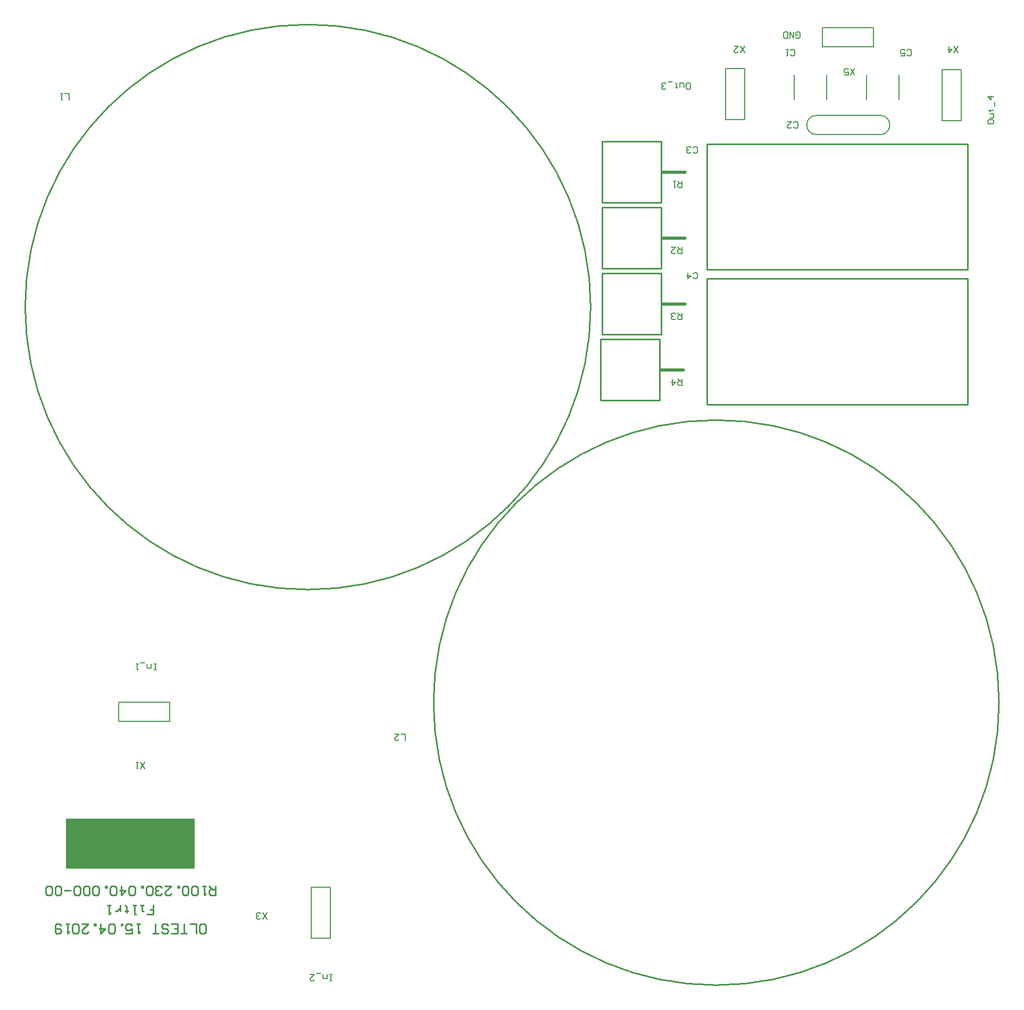
<source format=gto>
G04 Layer_Color=65535*
%FSLAX24Y24*%
%MOIN*%
G70*
G01*
G75*
%ADD19C,0.0050*%
%ADD20C,0.0100*%
%ADD21C,0.0079*%
%ADD22C,0.0197*%
%ADD23C,0.0080*%
%ADD24C,0.0098*%
%ADD25C,0.0059*%
%ADD26R,0.8071X0.3150*%
D19*
X53969Y53928D02*
G03*
X53969Y55128I0J600D01*
G01*
X49969D02*
G03*
X49969Y53928I0J-600D01*
G01*
X53969D01*
X49969Y55128D02*
X53969D01*
D20*
X61417Y18307D02*
G03*
X61417Y18307I-17717J0D01*
G01*
X35827Y43110D02*
G03*
X35827Y43110I-17717J0D01*
G01*
X36457Y37264D02*
X40157D01*
Y41083D01*
X36457D02*
X40157D01*
X36457Y37264D02*
Y41083D01*
X36535Y41398D02*
X40236D01*
Y45217D01*
X36535D02*
X40236D01*
X36535Y41398D02*
Y45217D01*
Y45532D02*
X40236D01*
Y49350D01*
X36535D02*
X40236D01*
X36535Y45532D02*
Y49350D01*
Y49665D02*
X40236D01*
Y53484D01*
X36535D02*
X40236D01*
X36535Y49665D02*
Y53484D01*
X59449Y45472D02*
Y53346D01*
X43110Y45472D02*
X59449D01*
X43110D02*
Y49212D01*
Y53346D01*
X59449D01*
X43110Y37008D02*
Y44882D01*
X59449D01*
Y41142D02*
Y44882D01*
Y37008D02*
Y41142D01*
X43110Y37008D02*
X59449D01*
D21*
X48583Y56122D02*
Y57657D01*
X50630Y56122D02*
Y57657D01*
X55157Y56122D02*
Y57657D01*
X53110Y56122D02*
Y57657D01*
D22*
X40226Y39173D02*
X41654D01*
X40305Y43307D02*
X41732D01*
X40305Y47441D02*
X41732D01*
X40305Y51575D02*
X41732D01*
D23*
X6258Y17117D02*
X9458D01*
Y18317D01*
X6258D02*
X9458D01*
X6258Y17117D02*
Y18317D01*
X45482Y54880D02*
Y58080D01*
X44282D02*
X45482D01*
X44282Y54880D02*
Y58080D01*
Y54880D02*
X45482D01*
X18298Y3534D02*
Y6734D01*
Y3534D02*
X19498D01*
Y6734D01*
X18298D02*
X19498D01*
X57834Y54802D02*
Y58002D01*
Y54802D02*
X59034D01*
Y58002D01*
X57834D02*
X59034D01*
X50353Y59439D02*
X53553D01*
Y60639D01*
X50353D02*
X53553D01*
X50353Y59439D02*
Y60639D01*
D24*
X8021Y5024D02*
X8415D01*
Y5319D01*
X8218D01*
X8415D01*
Y5614D01*
X7825D02*
X7628D01*
X7726D01*
Y5221D01*
X7825D01*
X7333Y5614D02*
X7136D01*
X7234D01*
Y5024D01*
X7333D01*
X6742Y5122D02*
Y5221D01*
X6841D01*
X6644D01*
X6742D01*
Y5516D01*
X6644Y5614D01*
X6349Y5221D02*
Y5614D01*
Y5418D01*
X6250Y5319D01*
X6152Y5221D01*
X6053D01*
X5758Y5614D02*
X5561D01*
X5660D01*
Y5024D01*
X5758Y5122D01*
X12301Y6811D02*
Y6221D01*
X12006D01*
X11908Y6319D01*
Y6516D01*
X12006Y6614D01*
X12301D01*
X12105D02*
X11908Y6811D01*
X11711D02*
X11514D01*
X11613D01*
Y6221D01*
X11711Y6319D01*
X11219D02*
X11121Y6221D01*
X10924D01*
X10826Y6319D01*
Y6713D01*
X10924Y6811D01*
X11121D01*
X11219Y6713D01*
Y6319D01*
X10629D02*
X10530Y6221D01*
X10334D01*
X10235Y6319D01*
Y6713D01*
X10334Y6811D01*
X10530D01*
X10629Y6713D01*
Y6319D01*
X10038Y6811D02*
Y6713D01*
X9940D01*
Y6811D01*
X10038D01*
X9153D02*
X9546D01*
X9153Y6417D01*
Y6319D01*
X9251Y6221D01*
X9448D01*
X9546Y6319D01*
X8956D02*
X8858Y6221D01*
X8661D01*
X8562Y6319D01*
Y6417D01*
X8661Y6516D01*
X8759D01*
X8661D01*
X8562Y6614D01*
Y6713D01*
X8661Y6811D01*
X8858D01*
X8956Y6713D01*
X8366Y6319D02*
X8267Y6221D01*
X8071D01*
X7972Y6319D01*
Y6713D01*
X8071Y6811D01*
X8267D01*
X8366Y6713D01*
Y6319D01*
X7775Y6811D02*
Y6713D01*
X7677D01*
Y6811D01*
X7775D01*
X7283Y6319D02*
X7185Y6221D01*
X6988D01*
X6890Y6319D01*
Y6713D01*
X6988Y6811D01*
X7185D01*
X7283Y6713D01*
Y6319D01*
X6398Y6811D02*
Y6221D01*
X6693Y6516D01*
X6299D01*
X6103Y6319D02*
X6004Y6221D01*
X5807D01*
X5709Y6319D01*
Y6713D01*
X5807Y6811D01*
X6004D01*
X6103Y6713D01*
Y6319D01*
X5512Y6811D02*
Y6713D01*
X5414D01*
Y6811D01*
X5512D01*
X5020Y6319D02*
X4922Y6221D01*
X4725D01*
X4627Y6319D01*
Y6713D01*
X4725Y6811D01*
X4922D01*
X5020Y6713D01*
Y6319D01*
X4430D02*
X4332Y6221D01*
X4135D01*
X4036Y6319D01*
Y6713D01*
X4135Y6811D01*
X4332D01*
X4430Y6713D01*
Y6319D01*
X3840D02*
X3741Y6221D01*
X3544D01*
X3446Y6319D01*
Y6713D01*
X3544Y6811D01*
X3741D01*
X3840Y6713D01*
Y6319D01*
X3249Y6516D02*
X2856D01*
X2659Y6319D02*
X2560Y6221D01*
X2364D01*
X2265Y6319D01*
Y6713D01*
X2364Y6811D01*
X2560D01*
X2659Y6713D01*
Y6319D01*
X2069D02*
X1970Y6221D01*
X1773D01*
X1675Y6319D01*
Y6713D01*
X1773Y6811D01*
X1970D01*
X2069Y6713D01*
Y6319D01*
X11416Y3839D02*
X11613D01*
X11711Y3937D01*
Y4331D01*
X11613Y4429D01*
X11416D01*
X11317Y4331D01*
Y3937D01*
X11416Y3839D01*
X11121D02*
Y4429D01*
X10727D01*
X10530Y3839D02*
X10137D01*
X10334D01*
Y4429D01*
X9546Y3839D02*
X9940D01*
Y4429D01*
X9546D01*
X9940Y4134D02*
X9743D01*
X8956Y3937D02*
X9054Y3839D01*
X9251D01*
X9350Y3937D01*
Y4035D01*
X9251Y4134D01*
X9054D01*
X8956Y4232D01*
Y4331D01*
X9054Y4429D01*
X9251D01*
X9350Y4331D01*
X8759Y3839D02*
X8366D01*
X8562D01*
Y4429D01*
X7579D02*
X7382D01*
X7480D01*
Y3839D01*
X7579Y3937D01*
X6693Y3839D02*
X7087D01*
Y4134D01*
X6890Y4035D01*
X6791D01*
X6693Y4134D01*
Y4331D01*
X6791Y4429D01*
X6988D01*
X7087Y4331D01*
X6496Y4429D02*
Y4331D01*
X6398D01*
Y4429D01*
X6496D01*
X6004Y3937D02*
X5906Y3839D01*
X5709D01*
X5611Y3937D01*
Y4331D01*
X5709Y4429D01*
X5906D01*
X6004Y4331D01*
Y3937D01*
X5119Y4429D02*
Y3839D01*
X5414Y4134D01*
X5020D01*
X4824Y4429D02*
Y4331D01*
X4725D01*
Y4429D01*
X4824D01*
X3938D02*
X4332D01*
X3938Y4035D01*
Y3937D01*
X4036Y3839D01*
X4233D01*
X4332Y3937D01*
X3741D02*
X3643Y3839D01*
X3446D01*
X3348Y3937D01*
Y4331D01*
X3446Y4429D01*
X3643D01*
X3741Y4331D01*
Y3937D01*
X3151Y4429D02*
X2954D01*
X3052D01*
Y3839D01*
X3151Y3937D01*
X2659Y4331D02*
X2560Y4429D01*
X2364D01*
X2265Y4331D01*
Y3937D01*
X2364Y3839D01*
X2560D01*
X2659Y3937D01*
Y4035D01*
X2560Y4134D01*
X2265D01*
D25*
X19626Y860D02*
X19495D01*
X19560D01*
Y1253D01*
X19626D01*
X19495D01*
X19298D02*
Y991D01*
X19101D01*
X19036Y1057D01*
Y1253D01*
X18904Y1319D02*
X18642D01*
X18248Y1253D02*
X18511D01*
X18248Y991D01*
Y925D01*
X18314Y860D01*
X18445D01*
X18511Y925D01*
X8602Y20348D02*
X8471D01*
X8537D01*
Y20741D01*
X8602D01*
X8471D01*
X8274D02*
Y20479D01*
X8078D01*
X8012Y20545D01*
Y20741D01*
X7881Y20807D02*
X7618D01*
X7487Y20741D02*
X7356D01*
X7422D01*
Y20348D01*
X7487Y20414D01*
X41870Y56765D02*
X42001D01*
X42067Y56831D01*
Y57093D01*
X42001Y57159D01*
X41870D01*
X41805Y57093D01*
Y56831D01*
X41870Y56765D01*
X41673Y56896D02*
Y57093D01*
X41608Y57159D01*
X41411D01*
Y56896D01*
X41214Y56831D02*
Y56896D01*
X41280D01*
X41149D01*
X41214D01*
Y57093D01*
X41149Y57159D01*
X40952Y57224D02*
X40689D01*
X40558Y56831D02*
X40493Y56765D01*
X40361D01*
X40296Y56831D01*
Y56896D01*
X40361Y56962D01*
X40427D01*
X40361D01*
X40296Y57028D01*
Y57093D01*
X40361Y57159D01*
X40493D01*
X40558Y57093D01*
X60702Y54783D02*
Y54652D01*
X60768Y54587D01*
X61030D01*
X61096Y54652D01*
Y54783D01*
X61030Y54849D01*
X60768D01*
X60702Y54783D01*
X60833Y54980D02*
X61030D01*
X61096Y55046D01*
Y55243D01*
X60833D01*
X60768Y55439D02*
X60833D01*
Y55374D01*
Y55505D01*
Y55439D01*
X61030D01*
X61096Y55505D01*
X61161Y55702D02*
Y55964D01*
X61096Y56292D02*
X60702D01*
X60899Y56095D01*
Y56358D01*
X48694Y60046D02*
X48760Y59980D01*
X48891D01*
X48957Y60046D01*
Y60308D01*
X48891Y60374D01*
X48760D01*
X48694Y60308D01*
Y60177D01*
X48825D01*
X48563Y60374D02*
Y59980D01*
X48301Y60374D01*
Y59980D01*
X48170D02*
Y60374D01*
X47973D01*
X47907Y60308D01*
Y60046D01*
X47973Y59980D01*
X48170D01*
X3150Y56102D02*
Y56496D01*
X2887D01*
X2756D02*
X2625D01*
X2690D01*
Y56102D01*
X2756Y56168D01*
X52362Y57677D02*
X52100Y58071D01*
Y57677D02*
X52362Y58071D01*
X51706Y57677D02*
X51969D01*
Y57874D01*
X51837Y57808D01*
X51772D01*
X51706Y57874D01*
Y58005D01*
X51772Y58071D01*
X51903D01*
X51969Y58005D01*
X58858Y59055D02*
X58596Y59449D01*
Y59055D02*
X58858Y59449D01*
X58268D02*
Y59055D01*
X58465Y59252D01*
X58202D01*
X15551Y4725D02*
X15289Y5118D01*
Y4725D02*
X15551Y5118D01*
X15158Y4790D02*
X15092Y4725D01*
X14961D01*
X14895Y4790D01*
Y4856D01*
X14961Y4921D01*
X15026D01*
X14961D01*
X14895Y4987D01*
Y5053D01*
X14961Y5118D01*
X15092D01*
X15158Y5053D01*
X45472Y59055D02*
X45210Y59449D01*
Y59055D02*
X45472Y59449D01*
X44816D02*
X45079D01*
X44816Y59186D01*
Y59121D01*
X44882Y59055D01*
X45013D01*
X45079Y59121D01*
X41535Y50984D02*
Y50591D01*
X41339D01*
X41273Y50656D01*
Y50787D01*
X41339Y50853D01*
X41535D01*
X41404D02*
X41273Y50984D01*
X41142D02*
X41011D01*
X41076D01*
Y50591D01*
X41142Y50656D01*
X41535Y46850D02*
Y46457D01*
X41339D01*
X41273Y46522D01*
Y46654D01*
X41339Y46719D01*
X41535D01*
X41404D02*
X41273Y46850D01*
X40879D02*
X41142D01*
X40879Y46588D01*
Y46522D01*
X40945Y46457D01*
X41076D01*
X41142Y46522D01*
X55643Y58924D02*
X55709Y58858D01*
X55840D01*
X55906Y58924D01*
Y59186D01*
X55840Y59252D01*
X55709D01*
X55643Y59186D01*
X55250Y58858D02*
X55512D01*
Y59055D01*
X55381Y58990D01*
X55315D01*
X55250Y59055D01*
Y59186D01*
X55315Y59252D01*
X55446D01*
X55512Y59186D01*
X42257Y44948D02*
X42323Y44882D01*
X42454D01*
X42520Y44948D01*
Y45210D01*
X42454Y45276D01*
X42323D01*
X42257Y45210D01*
X41929Y45276D02*
Y44882D01*
X42126Y45079D01*
X41864D01*
X42257Y52822D02*
X42323Y52756D01*
X42454D01*
X42520Y52822D01*
Y53084D01*
X42454Y53150D01*
X42323D01*
X42257Y53084D01*
X42126Y52822D02*
X42061Y52756D01*
X41929D01*
X41864Y52822D01*
Y52887D01*
X41929Y52953D01*
X41995D01*
X41929D01*
X41864Y53018D01*
Y53084D01*
X41929Y53150D01*
X42061D01*
X42126Y53084D01*
X48557Y54396D02*
X48622Y54331D01*
X48753D01*
X48819Y54396D01*
Y54659D01*
X48753Y54724D01*
X48622D01*
X48557Y54659D01*
X48163Y54724D02*
X48425D01*
X48163Y54462D01*
Y54396D01*
X48229Y54331D01*
X48360D01*
X48425Y54396D01*
X48360Y58924D02*
X48425Y58858D01*
X48556D01*
X48622Y58924D01*
Y59186D01*
X48556Y59252D01*
X48425D01*
X48360Y59186D01*
X48228Y59252D02*
X48097D01*
X48163D01*
Y58858D01*
X48228Y58924D01*
X7874Y14173D02*
X7612Y14567D01*
Y14173D02*
X7874Y14567D01*
X7480D02*
X7349D01*
X7415D01*
Y14173D01*
X7480Y14239D01*
X41535Y42717D02*
Y42323D01*
X41339D01*
X41273Y42389D01*
Y42520D01*
X41339Y42585D01*
X41535D01*
X41404D02*
X41273Y42717D01*
X41142Y42389D02*
X41076Y42323D01*
X40945D01*
X40879Y42389D01*
Y42454D01*
X40945Y42520D01*
X41011D01*
X40945D01*
X40879Y42585D01*
Y42651D01*
X40945Y42717D01*
X41076D01*
X41142Y42651D01*
X41535Y38583D02*
Y38189D01*
X41339D01*
X41273Y38255D01*
Y38386D01*
X41339Y38451D01*
X41535D01*
X41404D02*
X41273Y38583D01*
X40945D02*
Y38189D01*
X41142Y38386D01*
X40879D01*
X24213Y15945D02*
Y16339D01*
X23950D01*
X23557D02*
X23819D01*
X23557Y16076D01*
Y16011D01*
X23622Y15945D01*
X23753D01*
X23819Y16011D01*
D26*
X6988Y9449D02*
D03*
M02*

</source>
